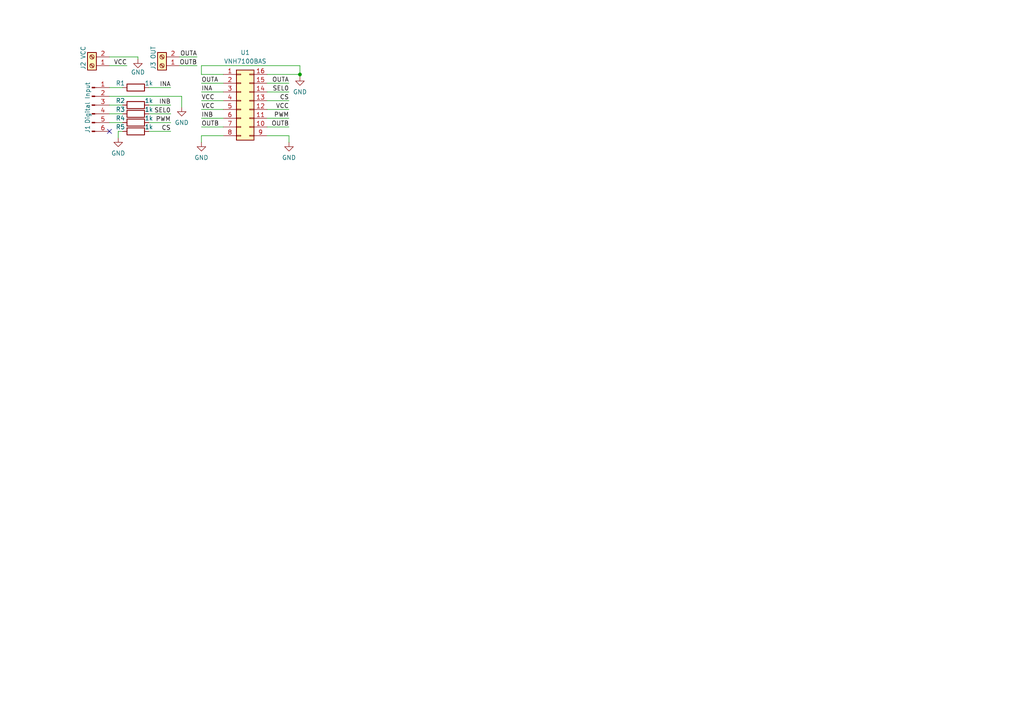
<source format=kicad_sch>
(kicad_sch (version 20230121) (generator eeschema)
  (paper "A4")
  (lib_symbols
    (symbol "Connector:Conn_01x06_Pin" (pin_names (offset 1.016) hide)
      (property "Reference" "J" (at 0 7.62 0))
      (property "Value" "Conn_01x06_Pin" (at 0 -10.16 0))
      (symbol "Conn_01x06_Pin_1_1"
        (polyline (pts (xy 1.27 -7.62) (xy 0.8636 -7.62)) (stroke (width 0.1524)))
        (polyline (pts (xy 1.27 -5.08) (xy 0.8636 -5.08)) (stroke (width 0.1524)))
        (polyline (pts (xy 1.27 -2.54) (xy 0.8636 -2.54)) (stroke (width 0.1524)))
        (polyline (pts (xy 1.27 0) (xy 0.8636 0)) (stroke (width 0.1524)))
        (polyline (pts (xy 1.27 2.54) (xy 0.8636 2.54)) (stroke (width 0.1524)))
        (polyline (pts (xy 1.27 5.08) (xy 0.8636 5.08)) (stroke (width 0.1524)))
        (rectangle (start 0.8636 -7.493) (end 0 -7.747) (stroke (width 0.1524)) (fill (type outline)))
        (rectangle (start 0.8636 -4.953) (end 0 -5.207) (stroke (width 0.1524)) (fill (type outline)))
        (rectangle (start 0.8636 -2.413) (end 0 -2.667) (stroke (width 0.1524)) (fill (type outline)))
        (rectangle (start 0.8636 0.127) (end 0 -0.127) (stroke (width 0.1524)) (fill (type outline)))
        (rectangle (start 0.8636 2.667) (end 0 2.413) (stroke (width 0.1524)) (fill (type outline)))
        (rectangle (start 0.8636 5.207) (end 0 4.953) (stroke (width 0.1524)) (fill (type outline)))
        (pin passive line (at 5.08 5.08 180) (length 3.81) (name "Pin_1") (number "1"))
        (pin passive line (at 5.08 2.54 180) (length 3.81) (name "Pin_2") (number "2"))
        (pin passive line (at 5.08 0 180) (length 3.81) (name "Pin_3") (number "3"))
        (pin passive line (at 5.08 -2.54 180) (length 3.81) (name "Pin_4") (number "4"))
        (pin passive line (at 5.08 -5.08 180) (length 3.81) (name "Pin_5") (number "5"))
        (pin passive line (at 5.08 -7.62 180) (length 3.81) (name "Pin_6") (number "6"))
      )
    )
    (symbol "Connector:Screw_Terminal_01x02" (pin_names (offset 1.016) hide)
      (property "Reference" "J" (at 0 2.54 0))
      (property "Value" "Screw_Terminal_01x02" (at 0 -5.08 0))
      (symbol "Screw_Terminal_01x02_1_1"
        (rectangle (start -1.27 1.27) (end 1.27 -3.81) (stroke (width 0.254)) (fill (type background)))
        (circle (center 0 -2.54) (radius 0.635) (stroke (width 0.1524)))
        (polyline (pts (xy -0.5334 -2.2098) (xy 0.3302 -3.048)) (stroke (width 0.1524)))
        (polyline (pts (xy -0.5334 0.3302) (xy 0.3302 -0.508)) (stroke (width 0.1524)))
        (polyline (pts (xy -0.3556 -2.032) (xy 0.508 -2.8702)) (stroke (width 0.1524)))
        (polyline (pts (xy -0.3556 0.508) (xy 0.508 -0.3302)) (stroke (width 0.1524)))
        (circle (center 0 0) (radius 0.635) (stroke (width 0.1524)))
        (pin passive line (at -5.08 0 0) (length 3.81) (name "Pin_1") (number "1"))
        (pin passive line (at -5.08 -2.54 0) (length 3.81) (name "Pin_2") (number "2"))
      )
    )
    (symbol "Connector_Generic:Conn_02x08_Counter_Clockwise" (pin_names (offset 1.016) hide)
      (property "Reference" "J" (at 1.27 10.16 0))
      (property "Value" "Conn_02x08_Counter_Clockwise" (at 1.27 -12.7 0))
      (symbol "Conn_02x08_Counter_Clockwise_1_1"
        (rectangle (start -1.27 -10.033) (end 0 -10.287) (stroke (width 0.1524)))
        (rectangle (start -1.27 -7.493) (end 0 -7.747) (stroke (width 0.1524)))
        (rectangle (start -1.27 -4.953) (end 0 -5.207) (stroke (width 0.1524)))
        (rectangle (start -1.27 -2.413) (end 0 -2.667) (stroke (width 0.1524)))
        (rectangle (start -1.27 0.127) (end 0 -0.127) (stroke (width 0.1524)))
        (rectangle (start -1.27 2.667) (end 0 2.413) (stroke (width 0.1524)))
        (rectangle (start -1.27 5.207) (end 0 4.953) (stroke (width 0.1524)))
        (rectangle (start -1.27 7.747) (end 0 7.493) (stroke (width 0.1524)))
        (rectangle (start -1.27 8.89) (end 3.81 -11.43) (stroke (width 0.254)) (fill (type background)))
        (rectangle (start 3.81 -10.033) (end 2.54 -10.287) (stroke (width 0.1524)))
        (rectangle (start 3.81 -7.493) (end 2.54 -7.747) (stroke (width 0.1524)))
        (rectangle (start 3.81 -4.953) (end 2.54 -5.207) (stroke (width 0.1524)))
        (rectangle (start 3.81 -2.413) (end 2.54 -2.667) (stroke (width 0.1524)))
        (rectangle (start 3.81 0.127) (end 2.54 -0.127) (stroke (width 0.1524)))
        (rectangle (start 3.81 2.667) (end 2.54 2.413) (stroke (width 0.1524)))
        (rectangle (start 3.81 5.207) (end 2.54 4.953) (stroke (width 0.1524)))
        (rectangle (start 3.81 7.747) (end 2.54 7.493) (stroke (width 0.1524)))
        (pin passive line (at -5.08 7.62 0) (length 3.81) (name "Pin_1") (number "1"))
        (pin passive line (at 7.62 -7.62 180) (length 3.81) (name "Pin_10") (number "10"))
        (pin passive line (at 7.62 -5.08 180) (length 3.81) (name "Pin_11") (number "11"))
        (pin passive line (at 7.62 -2.54 180) (length 3.81) (name "Pin_12") (number "12"))
        (pin passive line (at 7.62 0 180) (length 3.81) (name "Pin_13") (number "13"))
        (pin passive line (at 7.62 2.54 180) (length 3.81) (name "Pin_14") (number "14"))
        (pin passive line (at 7.62 5.08 180) (length 3.81) (name "Pin_15") (number "15"))
        (pin passive line (at 7.62 7.62 180) (length 3.81) (name "Pin_16") (number "16"))
        (pin passive line (at -5.08 5.08 0) (length 3.81) (name "Pin_2") (number "2"))
        (pin passive line (at -5.08 2.54 0) (length 3.81) (name "Pin_3") (number "3"))
        (pin passive line (at -5.08 0 0) (length 3.81) (name "Pin_4") (number "4"))
        (pin passive line (at -5.08 -2.54 0) (length 3.81) (name "Pin_5") (number "5"))
        (pin passive line (at -5.08 -5.08 0) (length 3.81) (name "Pin_6") (number "6"))
        (pin passive line (at -5.08 -7.62 0) (length 3.81) (name "Pin_7") (number "7"))
        (pin passive line (at -5.08 -10.16 0) (length 3.81) (name "Pin_8") (number "8"))
        (pin passive line (at 7.62 -10.16 180) (length 3.81) (name "Pin_9") (number "9"))
      )
    )
    (symbol "Device:R" (pin_numbers hide) (pin_names (offset 0))
      (property "Reference" "R" (at 2.032 0 90))
      (property "Value" "R" (at 0 0 90))
      (symbol "R_0_1"
        (rectangle (start -1.016 -2.54) (end 1.016 2.54) (stroke (width 0.254)))
      )
      (symbol "R_1_1"
        (pin passive line (at 0 3.81 270) (length 1.27) (name "~") (number "1"))
        (pin passive line (at 0 -3.81 90) (length 1.27) (name "~") (number "2"))
      )
    )
    (symbol "power:GND" (power) (pin_names (offset 0))
      (property "Value" "GND" (at 0 -3.81 0))
      (symbol "GND_0_1"
        (polyline (pts (xy 0 0) (xy 0 -1.27) (xy 1.27 -1.27) (xy 0 -2.54) (xy -1.27 -1.27) (xy 0 -1.27)))
      )
      (symbol "GND_1_1"
        (pin power_in line (at 0 0 270) (length 0) hide (name "GND") (number "1"))
      )
    )
  )
  (junction (at 86.995 21.59))
  (no_connect (at 31.75 38.1))
  (wire (pts (xy 77.47 21.59) (xy 86.995 21.59)))
  (wire (pts (xy 58.42 39.37) (xy 64.77 39.37)))
  (wire (pts (xy 77.47 26.67) (xy 83.82 26.67)))
  (wire (pts (xy 58.42 36.83) (xy 64.77 36.83)))
  (wire (pts (xy 86.995 19.05) (xy 58.42 19.05)))
  (wire (pts (xy 86.995 22.225) (xy 86.995 21.59)))
  (wire (pts (xy 40.005 16.51) (xy 31.75 16.51)))
  (wire (pts (xy 77.47 29.21) (xy 83.82 29.21)))
  (wire (pts (xy 77.47 36.83) (xy 83.82 36.83)))
  (wire (pts (xy 34.29 38.1) (xy 35.56 38.1)))
  (wire (pts (xy 52.705 27.94) (xy 31.75 27.94)))
  (wire (pts (xy 58.42 21.59) (xy 64.77 21.59)))
  (wire (pts (xy 52.705 31.115) (xy 52.705 27.94)))
  (wire (pts (xy 77.47 34.29) (xy 83.82 34.29)))
  (wire (pts (xy 58.42 24.13) (xy 64.77 24.13)))
  (wire (pts (xy 34.29 40.005) (xy 34.29 38.1)))
  (wire (pts (xy 58.42 19.05) (xy 58.42 21.59)))
  (wire (pts (xy 64.77 31.75) (xy 58.42 31.75)))
  (wire (pts (xy 83.82 41.275) (xy 83.82 39.37)))
  (wire (pts (xy 31.75 19.05) (xy 36.83 19.05)))
  (wire (pts (xy 58.42 41.275) (xy 58.42 39.37)))
  (wire (pts (xy 58.42 34.29) (xy 64.77 34.29)))
  (wire (pts (xy 43.18 25.4) (xy 49.53 25.4)))
  (wire (pts (xy 64.77 29.21) (xy 58.42 29.21)))
  (wire (pts (xy 43.18 33.02) (xy 49.53 33.02)))
  (wire (pts (xy 77.47 31.75) (xy 83.82 31.75)))
  (wire (pts (xy 86.995 21.59) (xy 86.995 19.05)))
  (wire (pts (xy 40.005 16.51) (xy 40.005 17.145)))
  (wire (pts (xy 31.75 30.48) (xy 35.56 30.48)))
  (wire (pts (xy 49.53 38.1) (xy 43.18 38.1)))
  (wire (pts (xy 43.18 35.56) (xy 49.53 35.56)))
  (wire (pts (xy 52.07 16.51) (xy 57.15 16.51)))
  (wire (pts (xy 31.75 35.56) (xy 35.56 35.56)))
  (wire (pts (xy 31.75 25.4) (xy 35.56 25.4)))
  (wire (pts (xy 52.07 19.05) (xy 57.15 19.05)))
  (wire (pts (xy 77.47 24.13) (xy 83.82 24.13)))
  (wire (pts (xy 83.82 39.37) (xy 77.47 39.37)))
  (wire (pts (xy 43.18 30.48) (xy 49.53 30.48)))
  (wire (pts (xy 58.42 26.67) (xy 64.77 26.67)))
  (wire (pts (xy 31.75 33.02) (xy 35.56 33.02)))
  (label "OUTB" (at 58.42 36.83 0))
  (label "SEL0" (at 83.82 26.67 180))
  (label "OUTB" (at 83.82 36.83 180))
  (label "OUTB" (at 57.15 19.05 180))
  (label "SEL0" (at 49.53 33.02 180))
  (label "OUTA" (at 57.15 16.51 180))
  (label "INB" (at 58.42 34.29 0))
  (label "INA" (at 49.53 25.4 180))
  (label "CS" (at 83.82 29.21 180))
  (label "CS" (at 49.53 38.1 180))
  (label "VCC" (at 58.42 31.75 0))
  (label "OUTA" (at 83.82 24.13 180))
  (label "VCC" (at 58.42 29.21 0))
  (label "VCC" (at 36.83 19.05 180))
  (label "OUTA" (at 58.42 24.13 0))
  (label "PWM" (at 49.53 35.56 180))
  (label "INA" (at 58.42 26.67 0))
  (label "PWM" (at 83.82 34.29 180))
  (label "INB" (at 49.53 30.48 180))
  (label "VCC" (at 83.82 31.75 180))
  (symbol (lib_id "Device:R") (at 39.37 38.1 90) (unit 1)
    (property "Reference" "R5" (at 34.925 36.83 90))
    (property "Value" "1k" (at 43.18 36.83 90))
    (property "Footprint" "Resistor_THT:R_Axial_DIN0207_L6.3mm_D2.5mm_P10.16mm_Horizontal" (effects hide))
  )
  (symbol (lib_id "power:GND") (at 83.82 41.275 0) (unit 1)
    (property "Reference" "#PWR02" (effects hide))
    (property "Value" "GND" (at 83.82 45.72 0))
  )
  (symbol (lib_id "Connector:Conn_01x06_Pin") (at 26.67 30.48 0) (unit 1)
    (property "Reference" "J1" (at 25.4 37.465 90))
    (property "Value" "Digital Input" (at 25.4 29.845 90))
    (property "Footprint" "Connector_PinHeader_2.54mm:PinHeader_1x06_P2.54mm_Horizontal" (effects hide))
  )
  (symbol (lib_id "Connector_Generic:Conn_02x08_Counter_Clockwise") (at 69.85 29.21 0) (unit 1)
    (property "Reference" "U1" (at 71.12 15.24 0))
    (property "Value" "VNH7100BAS" (at 71.12 17.78 0))
    (property "Footprint" "Package_SO:SOIC-16_3.9x9.9mm_P1.27mm" (effects hide))
  )
  (symbol (lib_id "Device:R") (at 39.37 33.02 90) (unit 1)
    (property "Reference" "R3" (at 34.925 31.75 90))
    (property "Value" "1k" (at 43.18 31.75 90))
    (property "Footprint" "Resistor_THT:R_Axial_DIN0207_L6.3mm_D2.5mm_P10.16mm_Horizontal" (effects hide))
  )
  (symbol (lib_id "power:GND") (at 52.705 31.115 0) (unit 1)
    (property "Reference" "#PWR04" (effects hide))
    (property "Value" "GND" (at 52.705 35.56 0))
  )
  (symbol (lib_id "Device:R") (at 39.37 35.56 90) (unit 1)
    (property "Reference" "R4" (at 34.925 34.29 90))
    (property "Value" "1k" (at 43.18 34.29 90))
    (property "Footprint" "Resistor_THT:R_Axial_DIN0207_L6.3mm_D2.5mm_P10.16mm_Horizontal" (effects hide))
  )
  (symbol (lib_id "Device:R") (at 39.37 30.48 90) (unit 1)
    (property "Reference" "R2" (at 34.925 29.21 90))
    (property "Value" "1k" (at 43.18 29.21 90))
    (property "Footprint" "Resistor_THT:R_Axial_DIN0207_L6.3mm_D2.5mm_P10.16mm_Horizontal" (effects hide))
  )
  (symbol (lib_id "Device:R") (at 39.37 25.4 90) (unit 1)
    (property "Reference" "R1" (at 34.925 24.13 90))
    (property "Value" "1k" (at 43.18 24.13 90))
    (property "Footprint" "Resistor_THT:R_Axial_DIN0207_L6.3mm_D2.5mm_P10.16mm_Horizontal" (effects hide))
  )
  (symbol (lib_id "power:GND") (at 40.005 17.145 0) (unit 1)
    (property "Reference" "#PWR06" (effects hide))
    (property "Value" "GND" (at 40.005 20.955 0))
  )
  (symbol (lib_id "power:GND") (at 34.29 40.005 0) (unit 1)
    (property "Reference" "#PWR03" (effects hide))
    (property "Value" "GND" (at 34.29 44.45 0))
  )
  (symbol (lib_id "Connector:Screw_Terminal_01x02") (at 46.99 19.05 180) (unit 1)
    (property "Reference" "J3" (at 44.45 19.05 90))
    (property "Value" "OUT" (at 44.45 15.24 90))
    (property "Footprint" "TerminalBlock:TerminalBlock_bornier-2_P5.08mm" (effects hide))
  )
  (symbol (lib_id "Connector:Screw_Terminal_01x02") (at 26.67 19.05 180) (unit 1)
    (property "Reference" "J2" (at 24.13 19.05 90))
    (property "Value" "VCC" (at 24.13 15.24 90))
    (property "Footprint" "TerminalBlock:TerminalBlock_bornier-2_P5.08mm" (effects hide))
  )
  (symbol (lib_id "power:GND") (at 58.42 41.275 0) (mirror y) (unit 1)
    (property "Reference" "#PWR05" (effects hide))
    (property "Value" "GND" (at 58.42 45.72 0))
  )
  (symbol (lib_id "power:GND") (at 86.995 22.225 0) (unit 1)
    (property "Reference" "#PWR01" (effects hide))
    (property "Value" "GND" (at 86.995 26.67 0))
  )
)
</source>
